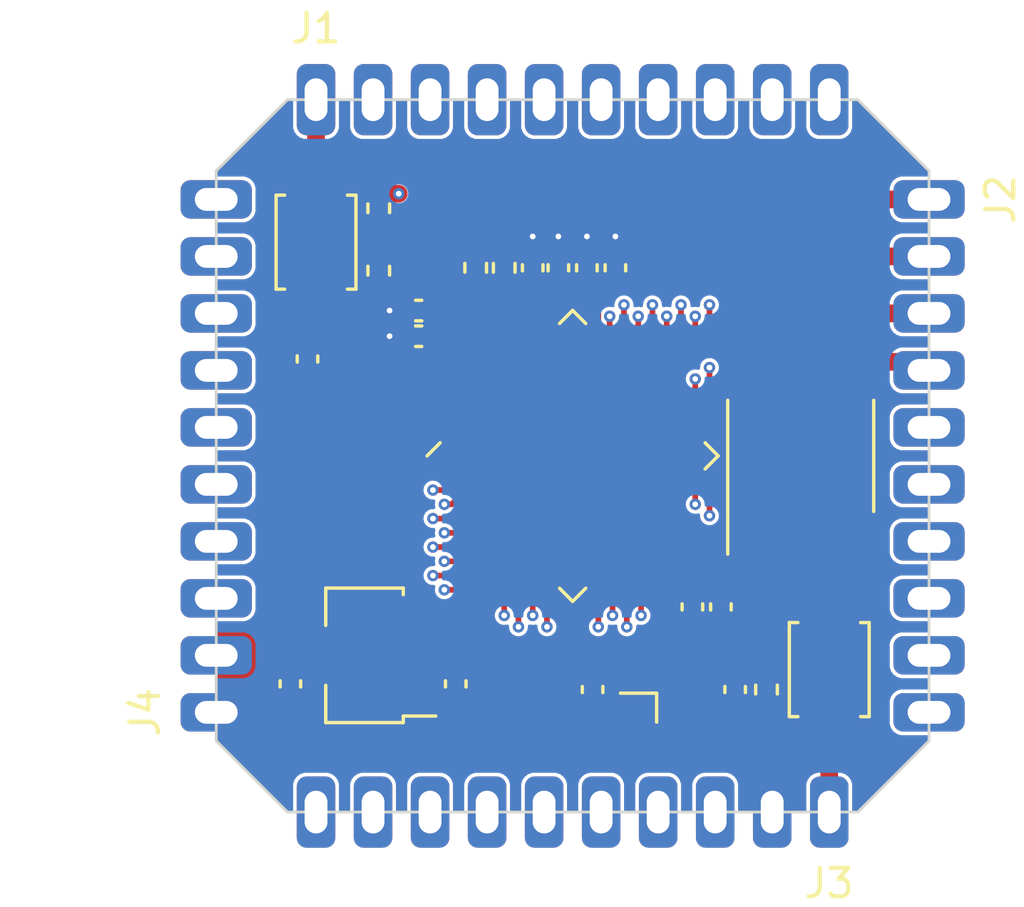
<source format=kicad_pcb>
(kicad_pcb (version 20221018) (generator pcbnew)
  (layers (0 "F.Cu" signal) (1 "In1.Cu" signal) (2 "In2.Cu" signal) (31 "B.Cu" signal) (34 "B.Paste" user) (35 "F.Paste" user) (36 "B.SilkS" user "B.Silkscreen") (37 "F.SilkS" user "F.Silkscreen") (38 "B.Mask" user) (39 "F.Mask" user) (44 "Edge.Cuts" user))
  (net 0 "")
  (net 1 "/SWCLK")
  (net 2 "/SWD")
  (net 3 "GND")
  (net 4 "/~{CS}")
  (net 5 "/IO1")
  (net 6 "/IO2")
  (net 7 "/IO0")
  (net 8 "/CLK")
  (net 9 "/IO3")
  (net 10 "VCC")
  (net 11 "+3V3")
  (net 12 "Net-(R1-Pad1)")
  (net 13 "/RST")
  (net 14 "Net-(U2-XOUT)")
  (net 15 "/ISO_GND")
  (net 16 "/ISO_VO")
  (net 17 "/ISO_VIN")
  (net 18 "/ISO_VCC")
  (net 19 "Net-(U2-XIN)")
  (net 20 "+1V1")
  (net 23 "/GPIO0")
  (net 24 "/GPIO1")
  (net 25 "/GPIO2")
  (net 26 "/GPIO3")
  (net 27 "/GPIO4")
  (net 28 "/GPIO5")
  (net 29 "/GPIO6")
  (net 30 "/GPIO7")
  (net 31 "/GPIO8")
  (net 32 "/GPIO9")
  (net 33 "/GPIO10")
  (net 34 "/GPIO11")
  (net 35 "/GPIO12")
  (net 36 "/GPIO13")
  (net 37 "/GPIO14")
  (net 38 "/GPIO15")
  (net 39 "/GPIO16")
  (net 40 "/GPIO17")
  (net 41 "/GPIO18")
  (net 42 "/GPIO19")
  (net 43 "/GPIO20")
  (net 44 "/GPIO21")
  (net 45 "/GPIO22")
  (net 46 "/GPIO23")
  (net 47 "/GPIO24")
  (net 48 "/GPIO25")
  (net 49 "/GPIO26")
  (net 50 "/GPIO27")
  (net 51 "/GPIO28")
  (net 52 "/GPIO29")
  (net 59 "Net-(U2-USB_DM)")
  (net 60 "Net-(U2-USB_DP)")
  (footprint "Capacitor_SMD:C_0402_1005Metric" (layer "F.Cu") (at 150.7 108.2 -90)
    (fp_text reference "C2" hide)
    (fp_text value "22pF")
    (fp_line (start -0.107836 -0.36) (end 0.107836 -0.36) (stroke (width 0.12)) (layer "F.SilkS"))
    (fp_line (start -0.107836 0.36) (end 0.107836 0.36) (stroke (width 0.12)) (layer "F.SilkS"))
    (pad "1" smd roundrect (at -0.48 0 270) (size 0.56 0.62) (layers "F.Cu" "F.Paste" "F.Mask") (net 3 "GND"))
    (pad "2" smd roundrect (at 0.48 0 270) (size 0.56 0.62) (layers "F.Cu" "F.Paste" "F.Mask") (net 19 "Net-(U2-XIN)"))
  )
  (footprint "Resistor_SMD:R_0402_1005Metric" (layer "F.Cu") (at 143.2 93.5 90)
    (fp_text reference "R2" hide)
    (fp_text value "10K")
    (fp_line (start -0.153641 -0.38) (end 0.153641 -0.38) (stroke (width 0.12)) (layer "F.SilkS"))
    (fp_line (start -0.153641 0.38) (end 0.153641 0.38) (stroke (width 0.12)) (layer "F.SilkS"))
    (pad "1" smd roundrect (at -0.51 0 90) (size 0.54 0.64) (layers "F.Cu" "F.Paste" "F.Mask") (net 11 "+3V3"))
    (pad "2" smd roundrect (at 0.51 0 90) (size 0.54 0.64) (layers "F.Cu" "F.Paste" "F.Mask") (net 12 "Net-(R1-Pad1)"))
  )
  (footprint "Resistor_SMD:R_0402_1005Metric" (layer "F.Cu") (at 143.2 91.31 90)
    (fp_text reference "R1" hide)
    (fp_text value "1K")
    (fp_line (start -0.153641 -0.38) (end 0.153641 -0.38) (stroke (width 0.12)) (layer "F.SilkS"))
    (fp_line (start -0.153641 0.38) (end 0.153641 0.38) (stroke (width 0.12)) (layer "F.SilkS"))
    (pad "1" smd roundrect (at -0.51 0 90) (size 0.54 0.64) (layers "F.Cu" "F.Paste" "F.Mask") (net 12 "Net-(R1-Pad1)"))
    (pad "2" smd roundrect (at 0.51 0 90) (size 0.54 0.64) (layers "F.Cu" "F.Paste" "F.Mask") (net 4 "/~{CS}"))
  )
  (footprint "Resistor_SMD:R_0402_1005Metric" (layer "F.Cu") (at 146.6 93.4 -90)
    (fp_text reference "R5" hide)
    (fp_text value "27R")
    (fp_line (start -0.153641 -0.38) (end 0.153641 -0.38) (stroke (width 0.12)) (layer "F.SilkS"))
    (fp_line (start -0.153641 0.38) (end 0.153641 0.38) (stroke (width 0.12)) (layer "F.SilkS"))
    (pad "1" smd roundrect (at -0.51 0 270) (size 0.54 0.64) (layers "F.Cu" "F.Paste" "F.Mask"))
    (pad "2" smd roundrect (at 0.51 0 270) (size 0.54 0.64) (layers "F.Cu" "F.Paste" "F.Mask") (net 60 "Net-(U2-USB_DP)"))
  )
  (footprint "Connector_PinHeader_2.00mm:PinHeader_1x10_P2.00mm_Vertical" (layer "F.Cu") (at 162.5 91)
    (fp_text reference "J2" (at 2.5 0 90) (layer "F.SilkS"))
    (fp_text value "IO")
    (pad "1" thru_hole roundrect (at 0 0) (size 2.5 1.35) (drill oval 1.5 0.8) (layers "*.Cu" "*.Mask") (net 18 "/ISO_VCC"))
    (pad "2" thru_hole roundrect (at 0 2) (size 2.5 1.35) (drill oval 1.5 0.8) (layers "*.Cu" "*.Mask") (net 17 "/ISO_VIN"))
    (pad "3" thru_hole roundrect (at 0 4) (size 2.5 1.35) (drill oval 1.5 0.8) (layers "*.Cu" "*.Mask") (net 16 "/ISO_VO"))
    (pad "4" thru_hole roundrect (at 0 6) (size 2.5 1.35) (drill oval 1.5 0.8) (layers "*.Cu" "*.Mask") (net 15 "/ISO_GND"))
    (pad "5" thru_hole roundrect (at 0 8) (size 2.5 1.35) (drill oval 1.5 0.8) (layers "*.Cu" "*.Mask"))
    (pad "6" thru_hole roundrect (at 0 10) (size 2.5 1.35) (drill oval 1.5 0.8) (layers "*.Cu" "*.Mask"))
    (pad "7" thru_hole roundrect (at 0 12) (size 2.5 1.35) (drill oval 1.5 0.8) (layers "*.Cu" "*.Mask"))
    (pad "8" thru_hole roundrect (at 0 14) (size 2.5 1.35) (drill oval 1.5 0.8) (layers "*.Cu" "*.Mask"))
    (pad "9" thru_hole roundrect (at 0 16) (size 2.5 1.35) (drill oval 1.5 0.8) (layers "*.Cu" "*.Mask"))
    (pad "10" thru_hole roundrect (at 0 18) (size 2.5 1.35) (drill oval 1.5 0.8) (layers "*.Cu" "*.Mask"))
  )
  (footprint "Capacitor_SMD:C_0402_1005Metric" (layer "F.Cu") (at 144.6 94.9)
    (fp_text reference "C11" hide)
    (fp_text value "10uF")
    (fp_line (start -0.107836 -0.36) (end 0.107836 -0.36) (stroke (width 0.12)) (layer "F.SilkS"))
    (fp_line (start -0.107836 0.36) (end 0.107836 0.36) (stroke (width 0.12)) (layer "F.SilkS"))
    (pad "1" smd roundrect (at -0.48 0) (size 0.56 0.62) (layers "F.Cu" "F.Paste" "F.Mask") (net 3 "GND"))
    (pad "2" smd roundrect (at 0.48 0) (size 0.56 0.62) (layers "F.Cu" "F.Paste" "F.Mask") (net 11 "+3V3"))
  )
  (footprint "Capacitor_SMD:C_0402_1005Metric" (layer "F.Cu") (at 144.6 95.8)
    (fp_text reference "C8" hide)
    (fp_text value "10uF")
    (fp_line (start -0.107836 -0.36) (end 0.107836 -0.36) (stroke (width 0.12)) (layer "F.SilkS"))
    (fp_line (start -0.107836 0.36) (end 0.107836 0.36) (stroke (width 0.12)) (layer "F.SilkS"))
    (pad "1" smd roundrect (at -0.48 0) (size 0.56 0.62) (layers "F.Cu" "F.Paste" "F.Mask") (net 3 "GND"))
    (pad "2" smd roundrect (at 0.48 0) (size 0.56 0.62) (layers "F.Cu" "F.Paste" "F.Mask") (net 20 "+1V1"))
  )
  (footprint "Connector_PinHeader_2.00mm:PinHeader_1x10_P2.00mm_Vertical" (layer "F.Cu") (at 159 112.5 -90)
    (fp_text reference "J3" (at 2.5 0 180) (layer "F.SilkS"))
    (fp_text value "IO")
    (pad "1" thru_hole roundrect (at 0 0 270) (size 2.5 1.35) (drill oval 1.5 0.8) (layers "*.Cu" "*.Mask") (net 13 "/RST"))
    (pad "2" thru_hole roundrect (at 0 2 270) (size 2.5 1.35) (drill oval 1.5 0.8) (layers "*.Cu" "*.Mask") (net 3 "GND"))
    (pad "3" thru_hole roundrect (at 0 4 270) (size 2.5 1.35) (drill oval 1.5 0.8) (layers "*.Cu" "*.Mask") (net 38 "/GPIO15"))
    (pad "4" thru_hole roundrect (at 0 6 270) (size 2.5 1.35) (drill oval 1.5 0.8) (layers "*.Cu" "*.Mask") (net 37 "/GPIO14"))
    (pad "5" thru_hole roundrect (at 0 8 270) (size 2.5 1.35) (drill oval 1.5 0.8) (layers "*.Cu" "*.Mask") (net 36 "/GPIO13"))
    (pad "6" thru_hole roundrect (at 0 10 270) (size 2.5 1.35) (drill oval 1.5 0.8) (layers "*.Cu" "*.Mask") (net 35 "/GPIO12"))
    (pad "7" thru_hole roundrect (at 0 12 270) (size 2.5 1.35) (drill oval 1.5 0.8) (layers "*.Cu" "*.Mask") (net 34 "/GPIO11"))
    (pad "8" thru_hole roundrect (at 0 14 270) (size 2.5 1.35) (drill oval 1.5 0.8) (layers "*.Cu" "*.Mask") (net 33 "/GPIO10"))
    (pad "9" thru_hole roundrect (at 0 16 270) (size 2.5 1.35) (drill oval 1.5 0.8) (layers "*.Cu" "*.Mask") (net 32 "/GPIO9"))
    (pad "10" thru_hole roundrect (at 0 18 270) (size 2.5 1.35) (drill oval 1.5 0.8) (layers "*.Cu" "*.Mask") (net 31 "/GPIO8"))
  )
  (footprint "Capacitor_SMD:C_0402_1005Metric" (layer "F.Cu") (at 149.5 93.4 -90)
    (fp_text reference "C13" hide)
    (fp_text value "10uF")
    (fp_line (start -0.107836 -0.36) (end 0.107836 -0.36) (stroke (width 0.12)) (layer "F.SilkS"))
    (fp_line (start -0.107836 0.36) (end 0.107836 0.36) (stroke (width 0.12)) (layer "F.SilkS"))
    (pad "1" smd roundrect (at -0.48 0 270) (size 0.56 0.62) (layers "F.Cu" "F.Paste" "F.Mask") (net 3 "GND"))
    (pad "2" smd roundrect (at 0.48 0 270) (size 0.56 0.62) (layers "F.Cu" "F.Paste" "F.Mask") (net 11 "+3V3"))
  )
  (footprint "Connector_PinHeader_2.00mm:PinHeader_1x10_P2.00mm_Vertical" (layer "F.Cu") (at 137.5 109 180)
    (fp_text reference "J4" (at 2.5 0 90) (layer "F.SilkS"))
    (fp_text value "IO")
    (pad "1" thru_hole roundrect (at 0 0 180) (size 2.5 1.35) (drill oval 1.5 0.8) (layers "*.Cu" "*.Mask") (net 3 "GND"))
    (pad "2" thru_hole roundrect (at 0 2 180) (size 2.5 1.35) (drill oval 1.5 0.8) (layers "*.Cu" "*.Mask") (net 10 "VCC"))
    (pad "3" thru_hole roundrect (at 0 4 180) (size 2.5 1.35) (drill oval 1.5 0.8) (layers "*.Cu" "*.Mask") (net 30 "/GPIO7"))
    (pad "4" thru_hole roundrect (at 0 6 180) (size 2.5 1.35) (drill oval 1.5 0.8) (layers "*.Cu" "*.Mask") (net 29 "/GPIO6"))
    (pad "5" thru_hole roundrect (at 0 8 180) (size 2.5 1.35) (drill oval 1.5 0.8) (layers "*.Cu" "*.Mask") (net 28 "/GPIO5"))
    (pad "6" thru_hole roundrect (at 0 10 180) (size 2.5 1.35) (drill oval 1.5 0.8) (layers "*.Cu" "*.Mask") (net 27 "/GPIO4"))
    (pad "7" thru_hole roundrect (at 0 12 180) (size 2.5 1.35) (drill oval 1.5 0.8) (layers "*.Cu" "*.Mask") (net 26 "/GPIO3"))
    (pad "8" thru_hole roundrect (at 0 14 180) (size 2.5 1.35) (drill oval 1.5 0.8) (layers "*.Cu" "*.Mask") (net 25 "/GPIO2"))
    (pad "9" thru_hole roundrect (at 0 16 180) (size 2.5 1.35) (drill oval 1.5 0.8) (layers "*.Cu" "*.Mask") (net 24 "/GPIO1"))
    (pad "10" thru_hole roundrect (at 0 18 180) (size 2.5 1.35) (drill oval 1.5 0.8) (layers "*.Cu" "*.Mask") (net 23 "/GPIO0"))
  )
  (footprint "Capacitor_SMD:C_0402_1005Metric" (layer "F.Cu") (at 148.6 93.4 -90)
    (fp_text reference "C7" hide)
    (fp_text value "10uF")
    (fp_line (start -0.107836 -0.36) (end 0.107836 -0.36) (stroke (width 0.12)) (layer "F.SilkS"))
    (fp_line (start -0.107836 0.36) (end 0.107836 0.36) (stroke (width 0.12)) (layer "F.SilkS"))
    (pad "1" smd roundrect (at -0.48 0 270) (size 0.56 0.62) (layers "F.Cu" "F.Paste" "F.Mask") (net 3 "GND"))
    (pad "2" smd roundrect (at 0.48 0 270) (size 0.56 0.62) (layers "F.Cu" "F.Paste" "F.Mask") (net 20 "+1V1"))
  )
  (footprint "Package_SO:SOIC-8_3.9x4.9mm_P1.27mm" (layer "F.Cu") (at 158 100 90)
    (fp_text reference "U1" hide)
    (fp_text value "ADuM1201AR")
    (fp_line (start 0 -2.56) (end -3.45 -2.56) (stroke (width 0.12)) (layer "F.SilkS"))
    (fp_line (start 0 -2.56) (end 1.95 -2.56) (stroke (width 0.12)) (layer "F.SilkS"))
    (fp_line (start 0 2.56) (end -1.95 2.56) (stroke (width 0.12)) (layer "F.SilkS"))
    (fp_line (start 0 2.56) (end 1.95 2.56) (stroke (width 0.12)) (layer "F.SilkS"))
    (pad "1" smd roundrect (at -2.475 -1.905 90) (size 1.95 0.6) (layers "F.Cu" "F.Paste" "F.Mask") (net 11 "+3V3"))
    (pad "2" smd roundrect (at -2.475 -0.635 90) (size 1.95 0.6) (layers "F.Cu" "F.Paste" "F.Mask") (net 42 "/GPIO19"))
    (pad "3" smd roundrect (at -2.475 0.635 90) (size 1.95 0.6) (layers "F.Cu" "F.Paste" "F.Mask") (net 41 "/GPIO18"))
    (pad "4" smd roundrect (at -2.475 1.905 90) (size 1.95 0.6) (layers "F.Cu" "F.Paste" "F.Mask") (net 3 "GND"))
    (pad "5" smd roundrect (at 2.475 1.905 90) (size 1.95 0.6) (layers "F.Cu" "F.Paste" "F.Mask") (net 15 "/ISO_GND"))
    (pad "6" smd roundrect (at 2.475 0.635 90) (size 1.95 0.6) (layers "F.Cu" "F.Paste" "F.Mask") (net 16 "/ISO_VO"))
    (pad "7" smd roundrect (at 2.475 -0.635 90) (size 1.95 0.6) (layers "F.Cu" "F.Paste" "F.Mask") (net 17 "/ISO_VIN"))
    (pad "8" smd roundrect (at 2.475 -1.905 90) (size 1.95 0.6) (layers "F.Cu" "F.Paste" "F.Mask") (net 18 "/ISO_VCC"))
  )
  (footprint "Capacitor_SMD:C_0402_1005Metric" (layer "F.Cu") (at 140.1 108 90)
    (fp_text reference "C3" hide)
    (fp_text value "10uF")
    (fp_line (start -0.107836 -0.36) (end 0.107836 -0.36) (stroke (width 0.12)) (layer "F.SilkS"))
    (fp_line (start -0.107836 0.36) (end 0.107836 0.36) (stroke (width 0.12)) (layer "F.SilkS"))
    (pad "1" smd roundrect (at -0.48 0 90) (size 0.56 0.62) (layers "F.Cu" "F.Paste" "F.Mask") (net 3 "GND"))
    (pad "2" smd roundrect (at 0.48 0 90) (size 0.56 0.62) (layers "F.Cu" "F.Paste" "F.Mask") (net 10 "VCC"))
  )
  (footprint "Button_Switch_SMD:SW_SPST_B3U-1000P" (layer "F.Cu") (at 159 107.5 -90)
    (fp_text reference "SW1" hide)
    (fp_text value "RST")
    (fp_line (start -1.65 -1.4) (end 1.65 -1.4) (stroke (width 0.12)) (layer "F.SilkS"))
    (fp_line (start -1.65 -1.1) (end -1.65 -1.4) (stroke (width 0.12)) (layer "F.SilkS"))
    (fp_line (start -1.65 1.1) (end -1.65 1.4) (stroke (width 0.12)) (layer "F.SilkS"))
    (fp_line (start -1.65 1.4) (end 1.65 1.4) (stroke (width 0.12)) (layer "F.SilkS"))
    (fp_line (start 1.65 -1.4) (end 1.65 -1.1) (stroke (width 0.12)) (layer "F.SilkS"))
    (fp_line (start 1.65 1.4) (end 1.65 1.1) (stroke (width 0.12)) (layer "F.SilkS"))
    (pad "1" smd rect (at -1.7 0 270) (size 0.9 1.7) (layers "F.Cu" "F.Paste" "F.Mask") (net 3 "GND"))
    (pad "2" smd rect (at 1.7 0 270) (size 0.9 1.7) (layers "F.Cu" "F.Paste" "F.Mask") (net 13 "/RST"))
  )
  (footprint "Oscillator:Oscillator_SMD_Abracon_ASE-4Pin_3.2x2.5mm" (layer "F.Cu") (at 153.2 108.2)
    (fp_text reference "Y1" hide)
    (fp_text value "12MHz")
    (fp_line (start -0.254 0.127) (end -1.524 0.127) (stroke (width 0.12)) (layer "F.SilkS"))
    (fp_line (start -0.254 0.127) (end -0.254 1.143) (stroke (width 0.12)) (layer "F.SilkS"))
    (pad "1" smd roundrect (at -1.05 0.825) (size 1.3 1.1) (layers "F.Cu" "F.Paste" "F.Mask") (net 19 "Net-(U2-XIN)"))
    (pad "2" smd roundrect (at 1.05 0.825) (size 1.3 1.1) (layers "F.Cu" "F.Paste" "F.Mask") (net 3 "GND"))
    (pad "3" smd roundrect (at 1.05 -0.825) (size 1.3 1.1) (layers "F.Cu" "F.Paste" "F.Mask") (net 14 "Net-(U2-XOUT)"))
    (pad "4" smd roundrect (at -1.05 -0.825) (size 1.3 1.1) (layers "F.Cu" "F.Paste" "F.Mask") (net 3 "GND"))
  )
  (footprint "Capacitor_SMD:C_0402_1005Metric" (layer "F.Cu") (at 140.7 96.6 -90)
    (fp_text reference "C12" hide)
    (fp_text value "10uF")
    (fp_line (start -0.107836 -0.36) (end 0.107836 -0.36) (stroke (width 0.12)) (layer "F.SilkS"))
    (fp_line (start -0.107836 0.36) (end 0.107836 0.36) (stroke (width 0.12)) (layer "F.SilkS"))
    (pad "1" smd roundrect (at -0.48 0 270) (size 0.56 0.62) (layers "F.Cu" "F.Paste" "F.Mask") (net 3 "GND"))
    (pad "2" smd roundrect (at 0.48 0 270) (size 0.56 0.62) (layers "F.Cu" "F.Paste" "F.Mask") (net 11 "+3V3"))
  )
  (footprint "Capacitor_SMD:C_0402_1005Metric" (layer "F.Cu") (at 151.5 93.4 -90)
    (fp_text reference "C9" hide)
    (fp_text value "10uF")
    (fp_line (start -0.107836 -0.36) (end 0.107836 -0.36) (stroke (width 0.12)) (layer "F.SilkS"))
    (fp_line (start -0.107836 0.36) (end 0.107836 0.36) (stroke (width 0.12)) (layer "F.SilkS"))
    (pad "1" smd roundrect (at -0.48 0 270) (size 0.56 0.62) (layers "F.Cu" "F.Paste" "F.Mask") (net 3 "GND"))
    (pad "2" smd roundrect (at 0.48 0 270) (size 0.56 0.62) (layers "F.Cu" "F.Paste" "F.Mask") (net 11 "+3V3"))
  )
  (footprint "Capacitor_SMD:C_0402_1005Metric" (layer "F.Cu") (at 154.2 105.3 90)
    (fp_text reference "C10" hide)
    (fp_text value "10uF")
    (fp_line (start -0.107836 -0.36) (end 0.107836 -0.36) (stroke (width 0.12)) (layer "F.SilkS"))
    (fp_line (start -0.107836 0.36) (end 0.107836 0.36) (stroke (width 0.12)) (layer "F.SilkS"))
    (pad "1" smd roundrect (at -0.48 0 90) (size 0.56 0.62) (layers "F.Cu" "F.Paste" "F.Mask") (net 3 "GND"))
    (pad "2" smd roundrect (at 0.48 0 90) (size 0.56 0.62) (layers "F.Cu" "F.Paste" "F.Mask") (net 11 "+3V3"))
  )
  (footprint "Connector_PinHeader_2.00mm:PinHeader_1x10_P2.00mm_Vertical" (layer "F.Cu") (at 141 87.5 90)
    (fp_text reference "J1" (at 2.5 0 180) (layer "F.SilkS"))
    (fp_text value "IO")
    (pad "1" thru_hole roundrect (at 0 0 90) (size 2.5 1.35) (drill oval 1.5 0.8) (layers "*.Cu" "*.Mask") (net 4 "/~{CS}"))
    (pad "2" thru_hole roundrect (at 0 2 90) (size 2.5 1.35) (drill oval 1.5 0.8) (layers "*.Cu" "*.Mask") (net 52 "/GPIO29"))
    (pad "3" thru_hole roundrect (at 0 4 90) (size 2.5 1.35) (drill oval 1.5 0.8) (layers "*.Cu" "*.Mask") (net 51 "/GPIO28"))
    (pad "4" thru_hole roundrect (at 0 6 90) (size 2.5 1.35) (drill oval 1.5 0.8) (layers "*.Cu" "*.Mask") (net 50 "/GPIO27"))
    (pad "5" thru_hole roundrect (at 0 8 90) (size 2.5 1.35) (drill oval 1.5 0.8) (layers "*.Cu" "*.Mask") (net 49 "/GPIO26"))
    (pad "6" thru_hole roundrect (at 0 10 90) (size 2.5 1.35) (drill oval 1.5 0.8) (layers "*.Cu" "*.Mask") (net 48 "/GPIO25"))
    (pad "7" thru_hole roundrect (at 0 12 90) (size 2.5 1.35) (drill oval 1.5 0.8) (layers "*.Cu" "*.Mask") (net 47 "/GPIO24"))
    (pad "8" thru_hole roundrect (at 0 14 90) (size 2.5 1.35) (drill oval 1.5 0.8) (layers "*.Cu" "*.Mask") (net 46 "/GPIO23"))
    (pad "9" thru_hole roundrect (at 0 16 90) (size 2.5 1.35) (drill oval 1.5 0.8) (layers "*.Cu" "*.Mask") (net 45 "/GPIO22"))
    (pad "10" thru_hole roundrect (at 0 18 90) (size 2.5 1.35) (drill oval 1.5 0.8) (layers "*.Cu" "*.Mask"))
  )
  (footprint "Capacitor_SMD:C_0402_1005Metric" (layer "F.Cu") (at 155.2 105.3 90)
    (fp_text reference "C6" hide)
    (fp_text value "10uF")
    (fp_line (start -0.107836 -0.36) (end 0.107836 -0.36) (stroke (width 0.12)) (layer "F.SilkS"))
    (fp_line (start -0.107836 0.36) (end 0.107836 0.36) (stroke (width 0.12)) (layer "F.SilkS"))
    (pad "1" smd roundrect (at -0.48 0 90) (size 0.56 0.62) (layers "F.Cu" "F.Paste" "F.Mask") (net 3 "GND"))
    (pad "2" smd roundrect (at 0.48 0 90) (size 0.56 0.62) (layers "F.Cu" "F.Paste" "F.Mask") (net 20 "+1V1"))
  )
  (footprint "Package_DFN_QFN:QFN-56-1EP_7x7mm_P0.4mm_EP3.2x3.2mm" (layer "F.Cu") (at 150 100 45)
    (fp_text reference "U2" hide)
    (fp_text value "RP2040")
    (fp_line (start -3.61 3.61) (end -3.61 2.96) (stroke (width 0.12)) (layer "F.SilkS"))
    (fp_line (start -2.96 -3.61) (end -3.61 -3.61) (stroke (width 0.12)) (layer "F.SilkS"))
    (fp_line (start -2.96 3.61) (end -3.61 3.61) (stroke (width 0.12)) (layer "F.SilkS"))
    (fp_line (start 2.96 -3.61) (end 3.61 -3.61) (stroke (width 0.12)) (layer "F.SilkS"))
    (fp_line (start 2.96 3.61) (end 3.61 3.61) (stroke (width 0.12)) (layer "F.SilkS"))
    (fp_line (start 3.61 -3.61) (end 3.61 -2.96) (stroke (width 0.12)) (layer "F.SilkS"))
    (fp_line (start 3.61 3.61) (end 3.61 2.96) (stroke (width 0.12)) (layer "F.SilkS"))
    (pad "1" smd roundrect (at -3.4375 -2.6 45) (size 0.875 0.2) (layers "F.Cu" "F.Paste" "F.Mask") (net 11 "+3V3"))
    (pad "2" smd roundrect (at -3.4375 -2.2 45) (size 0.875 0.2) (layers "F.Cu" "F.Paste" "F.Mask") (net 23 "/GPIO0"))
    (pad "3" smd roundrect (at -3.4375 -1.8 45) (size 0.875 0.2) (layers "F.Cu" "F.Paste" "F.Mask") (net 24 "/GPIO1"))
    (pad "4" smd roundrect (at -3.4375 -1.4 45) (size 0.875 0.2) (layers "F.Cu" "F.Paste" "F.Mask") (net 25 "/GPIO2"))
    (pad "5" smd roundrect (at -3.4375 -1 45) (size 0.875 0.2) (layers "F.Cu" "F.Paste" "F.Mask") (net 26 "/GPIO3"))
    (pad "6" smd roundrect (at -3.4375 -0.6 45) (size 0.875 0.2) (layers "F.Cu" "F.Paste" "F.Mask") (net 27 "/GPIO4"))
    (pad "7" smd roundrect (at -3.4375 -0.2 45) (size 0.875 0.2) (layers "F.Cu" "F.Paste" "F.Mask") (net 28 "/GPIO5"))
    (pad "8" smd roundrect (at -3.4375 0.2 45) (size 0.875 0.2) (layers "F.Cu" "F.Paste" "F.Mask") (net 29 "/GPIO6"))
    (pad "9" smd roundrect (at -3.4375 0.6 45) (size 0.875 0.2) (layers "F.Cu" "F.Paste" "F.Mask") (net 30 "/GPIO7"))
    (pad "10" smd roundrect (at -3.4375 1 45) (size 0.875 0.2) (layers "F.Cu" "F.Paste" "F.Mask") (net 11 "+3V3"))
    (pad "11" smd roundrect (at -3.4375 1.4 45) (size 0.875 0.2) (layers "F.Cu" "F.Paste" "F.Mask") (net 31 "/GPIO8"))
    (pad "12" smd roundrect (at -3.4375 1.8 45) (size 0.875 0.2) (layers "F.Cu" "F.Paste" "F.Mask") (net 32 "/GPIO9"))
    (pad "13" smd roundrect (at -3.4375 2.2 45) (size 0.875 0.2) (layers "F.Cu" "F.Paste" "F.Mask") (net 33 "/GPIO10"))
    (pad "14" smd roundrect (at -3.4375 2.6 45) (size 0.875 0.2) (layers "F.Cu" "F.Paste" "F.Mask") (net 34 "/GPIO11"))
    (pad "15" smd roundrect (at -2.6 3.4375 45) (size 0.2 0.875) (layers "F.Cu" "F.Paste" "F.Mask") (net 35 "/GPIO12"))
    (pad "16" smd roundrect (at -2.2 3.4375 45) (size 0.2 0.875) (layers "F.Cu" "F.Paste" "F.Mask") (net 36 "/GPIO13"))
    (pad "17" smd roundrect (at -1.8 3.4375 45) (size 0.2 0.875) (layers "F.Cu" "F.Paste" "F.Mask") (net 37 "/GPIO14"))
    (pad "18" smd roundrect (at -1.4 3.4375 45) (size 0.2 0.875) (layers "F.Cu" "F.Paste" "F.Mask") (net 38 "/GPIO15"))
    (pad "19" smd roundrect (at -1 3.4375 45) (size 0.2 0.875) (layers "F.Cu" "F.Paste" "F.Mask") (net 3 "GND"))
    (pad "20" smd roundrect (at -0.6 3.4375 45) (size 0.2 0.875) (layers "F.Cu" "F.Paste" "F.Mask") (net 19 "Net-(U2-XIN)"))
    (pad "21" smd roundrect (at -0.2 3.4375 45) (size 0.2 0.875) (layers "F.Cu" "F.Paste" "F.Mask") (net 14 "Net-(U2-XOUT)"))
    (pad "22" smd roundrect (at 0.2 3.4375 45) (size 0.2 0.875) (layers "F.Cu" "F.Paste" "F.Mask") (net 11 "+3V3"))
    (pad "23" smd roundrect (at 0.6 3.4375 45) (size 0.2 0.875) (layers "F.Cu" "F.Paste" "F.Mask") (net 20 "+1V1"))
    (pad "24" smd roundrect (at 1 3.4375 45) (size 0.2 0.875) (layers "F.Cu" "F.Paste" "F.Mask") (net 1 "/SWCLK"))
    (pad "25" smd roundrect (at 1.4 3.4375 45) (size 0.2 0.875) (layers "F.Cu" "F.Paste" "F.Mask") (net 2 "/SWD"))
    (pad "26" smd roundrect (at 1.8 3.4375 45) (size 0.2 0.875) (layers "F.Cu" "F.Paste" "F.Mask") (net 13 "/RST"))
    (pad "27" smd roundrect (at 2.2 3.4375 45) (size 0.2 0.875) (layers "F.Cu" "F.Paste" "F.Mask") (net 39 "/GPIO16"))
    (pad "28" smd roundrect (at 2.6 3.4375 45) (size 0.2 0.875) (layers "F.Cu" "F.Paste" "F.Mask") (net 40 "/GPIO17"))
    (pad "29" smd roundrect (at 3.4375 2.6 45) (size 0.875 0.2) (layers "F.Cu" "F.Paste" "F.Mask") (net 41 "/GPIO18"))
    (pad "30" smd roundrect (at 3.4375 2.2 45) (size 0.875 0.2) (layers "F.Cu" "F.Paste" "F.Mask") (net 42 "/GPIO19"))
    (pad "31" smd roundrect (at 3.4375 1.8 45) (size 0.875 0.2) (layers "F.Cu" "F.Paste" "F.Mask") (net 43 "/GPIO20"))
    (pad "32" smd roundrect (at 3.4375 1.4 45) (size 0.875 0.2) (layers "F.Cu" "F.Paste" "F.Mask") (net 44 "/GPIO21"))
    (pad "33" smd roundrect (at 3.4375 1 45) (size 0.875 0.2) (layers "F.Cu" "F.Paste" "F.Mask") (net 11 "+3V3"))
    (pad "34" smd roundrect (at 3.4375 0.6 45) (size 0.875 0.2) (layers "F.Cu" "F.Paste" "F.Mask") (net 45 "/GPIO22"))
    (pad "35" smd roundrect (at 3.4375 0.2 45) (size 0.875 0.2) (layers "F.Cu" "F.Paste" "F.Mask") (net 46 "/GPIO23"))
    (pad "36" smd roundrect (at 3.4375 -0.2 45) (size 0.875 0.2) (layers "F.Cu" "F.Paste" "F.Mask") (net 47 "/GPIO24"))
    (pad "37" smd roundrect (at 3.4375 -0.6 45) (size 0.875 0.2) (layers "F.Cu" "F.Paste" "F.Mask") (net 48 "/GPIO25"))
    (pad "38" smd roundrect (at 3.4375 -1 45) (size 0.875 0.2) (layers "F.Cu" "F.Paste" "F.Mask") (net 49 "/GPIO26"))
    (pad "39" smd roundrect (at 3.4375 -1.4 45) (size 0.875 0.2) (layers "F.Cu" "F.Paste" "F.Mask") (net 50 "/GPIO27"))
    (pad "40" smd roundrect (at 3.4375 -1.8 45) (size 0.875 0.2) (layers "F.Cu" "F.Paste" "F.Mask") (net 51 "/GPIO28"))
    (pad "41" smd roundrect (at 3.4375 -2.2 45) (size 0.875 0.2) (layers "F.Cu" "F.Paste" "F.Mask") (net 52 "/GPIO29"))
    (pad "42" smd roundrect (at 3.4375 -2.6 45) (size 0.875 0.2) (layers "F.Cu" "F.Paste" "F.Mask") (net 11 "+3V3"))
    (pad "43" smd roundrect (at 2.6 -3.4375 45) (size 0.2 0.875) (layers "F.Cu" "F.Paste" "F.Mask") (net 11 "+3V3"))
    (pad "44" smd roundrect (at 2.2 -3.4375 45) (size 0.2 0.875) (layers "F.Cu" "F.Paste" "F.Mask") (net 11 "+3V3"))
    (pad "45" smd roundrect (at 1.8 -3.4375 45) (size 0.2 0.875) (layers "F.Cu" "F.Paste" "F.Mask") (net 20 "+1V1"))
    (pad "46" smd roundrect (at 1.4 -3.4375 45) (size 0.2 0.875) (layers "F.Cu" "F.Paste" "F.Mask") (net 59 "Net-(U2-USB_DM)"))
    (pad "47" smd roundrect (at 1 -3.4375 45) (size 0.2 0.875) (layers "F.Cu" "F.Paste" "F.Mask") (net 60 "Net-(U2-USB_DP)"))
    (pad "48" smd roundrect (at 0.6 -3.4375 45) (size 0.2 0.875) (layers "F.Cu" "F.Paste" "F.Mask") (net 11 "+3V3"))
    (pad "49" smd roundrect (at 0.2 -3.4375 45) (size 0.2 0.875) (layers "F.Cu" "F.Paste" "F.Mask") (net 11 "+3V3"))
    (pad "50" smd roundrect (at -0.2 -3.4375 45) (size 0.2 0.875) (layers "F.Cu" "F.Paste" "F.Mask") (net 20 "+1V1"))
    (pad "51" smd roundrect (at -0.6 -3.4375 45) (size 0.2 0.875) (layers "F.Cu" "F.Paste" "F.Mask") (net 9 "/IO3"))
    (pad "52" smd roundrect (at -1 -3.4375 45) (size 0.2 0.875) (layers "F.Cu" "F.Paste" "F.Mask") (net 8 "/CLK"))
    (pad "53" smd roundrect (at -1.4 -3.4375 45) (size 0.2 0.875) (layers "F.Cu" "F.Paste" "F.Mask") (net 7 "/IO0"))
    (pad "54" smd roundrect (at -1.8 -3.4375 45) (size 0.2 0.875) (layers "F.Cu" "F.Paste" "F.Mask") (net 6 "/IO2"))
    (pad "55" smd roundrect (at -2.2 -3.4375 45) (size 0.2 0.875) (layers "F.Cu" "F.Paste" "F.Mask") (net 5 "/IO1"))
    (pad "56" smd roundrect (at -2.6 -3.4375 45) (size 0.2 0.875) (layers "F.Cu" "F.Paste" "F.Mask") (net 4 "/~{CS}"))
    (pad "57" smd rect (at 0 0 45) (size 3.2 3.2) (layers "F.Cu" "F.Mask") (net 3 "GND"))
  )
  (footprint "Button_Switch_SMD:SW_SPST_B3U-1000P" (layer "F.Cu") (at 141 92.5 90)
    (fp_text reference "SW2" hide)
    (fp_text value "BOOTSEL")
    (fp_line (start -1.65 -1.4) (end 1.65 -1.4) (stroke (width 0.12)) (layer "F.SilkS"))
    (fp_line (start -1.65 -1.1) (end -1.65 -1.4) (stroke (width 0.12)) (layer "F.SilkS"))
    (fp_line (start -1.65 1.1) (end -1.65 1.4) (stroke (width 0.12)) (layer "F.SilkS"))
    (fp_line (start -1.65 1.4) (end 1.65 1.4) (stroke (width 0.12)) (layer "F.SilkS"))
    (fp_line (start 1.65 -1.4) (end 1.65 -1.1) (stroke (width 0.12)) (layer "F.SilkS"))
    (fp_line (start 1.65 1.4) (end 1.65 1.1) (stroke (width 0.12)) (layer "F.SilkS"))
    (pad "1" smd rect (at -1.7 0 90) (size 0.9 1.7) (layers "F.Cu" "F.Paste" "F.Mask") (net 3 "GND"))
    (pad "2" smd rect (at 1.7 0 90) (size 0.9 1.7) (layers "F.Cu" "F.Paste" "F.Mask") (net 4 "/~{CS}"))
  )
  (footprint "Capacitor_SMD:C_0402_1005Metric" (layer "F.Cu") (at 150.5 93.4 90)
    (fp_text reference "C5" hide)
    (fp_text value "10uF")
    (fp_line (start -0.107836 -0.36) (end 0.107836 -0.36) (stroke (width 0.12)) (layer "F.SilkS"))
    (fp_line (start -0.107836 0.36) (end 0.107836 0.36) (stroke (width 0.12)) (layer "F.SilkS"))
    (pad "1" smd roundrect (at -0.48 0 90) (size 0.56 0.62) (layers "F.Cu" "F.Paste" "F.Mask") (net 11 "+3V3"))
    (pad "2" smd roundrect (at 0.48 0 90) (size 0.56 0.62) (layers "F.Cu" "F.Paste" "F.Mask") (net 3 "GND"))
  )
  (footprint "25Q64:W25Q64JVXGIQ TR" (layer "F.Cu") (at 141.9 100 90)
    (fp_text reference "U6" hide)
    (fp_text value "W25Q64JVXGIQ_TR" hide)
    (pad "1" smd rect (at -1.9685 -1.20015 90) (size 0.762 0.3048) (layers "F.Cu" "F.Paste" "F.Mask") (net 4 "/~{CS}"))
    (pad "2" smd rect (at -1.9685 -0.40005 90) (size 0.762 0.3048) (layers "F.Cu" "F.Paste" "F.Mask") (net 5 "/IO1"))
    (pad "3" smd rect (at -1.9685 0.40005 90) (size 0.762 0.3048) (layers "F.Cu" "F.Paste" "F.Mask") (net 6 "/IO2"))
    (pad "4" smd rect (at -1.9685 1.20015 90) (size 0.762 0.3048) (layers "F.Cu" "F.Paste" "F.Mask") (net 3 "GND"))
    (pad "5" smd rect (at 1.9685 1.20015 90) (size 0.762 0.3048) (layers "F.Cu" "F.Paste" "F.Mask") (net 7 "/IO0"))
    (pad "6" smd rect (at 1.9685 0.40005 90) (size 0.762 0.3048) (layers "F.Cu" "F.Paste" "F.Mask") (net 8 "/CLK"))
    (pad "7" smd rect (at 1.9685 -0.40005 90) (size 0.762 0.3048) (layers "F.Cu" "F.Paste" "F.Mask") (net 9 "/IO3"))
    (pad "8" smd rect (at 1.9685 -1.20015 90) (size 0.762 0.3048) (layers "F.Cu" "F.Paste" "F.Mask") (net 11 "+3V3"))
    (pad "9" smd rect (at 0 0 90) (size 2.3876 3.0988) (layers "F.Cu" "F.Paste" "F.Mask") (net 3 "GND"))
  )
  (footprint "Capacitor_SMD:C_0402_1005Metric" (layer "F.Cu") (at 145.9 108 -90)
    (fp_text reference "C4" hide)
    (fp_text value "10uF")
    (fp_line (start -0.107836 -0.36) (end 0.107836 -0.36) (stroke (width 0.12)) (layer "F.SilkS"))
    (fp_line (start -0.107836 0.36) (end 0.107836 0.36) (stroke (width 0.12)) (layer "F.SilkS"))
    (pad "1" smd roundrect (at -0.48 0 270) (size 0.56 0.62) (layers "F.Cu" "F.Paste" "F.Mask") (net 11 "+3V3"))
    (pad "2" smd roundrect (at 0.48 0 270) (size 0.56 0.62) (layers "F.Cu" "F.Paste" "F.Mask") (net 3 "GND"))
  )
  (footprint "Resistor_SMD:R_0402_1005Metric" (layer "F.Cu") (at 147.6 93.4 -90)
    (fp_text reference "R4" hide)
    (fp_text value "22R")
    (fp_line (start -0.153641 -0.38) (end 0.153641 -0.38) (stroke (width 0.12)) (layer "F.SilkS"))
    (fp_line (start -0.153641 0.38) (end 0.153641 0.38) (stroke (width 0.12)) (layer "F.SilkS"))
    (pad "1" smd roundrect (at -0.51 0 270) (size 0.54 0.64) (layers "F.Cu" "F.Paste" "F.Mask"))
    (pad "2" smd roundrect (at 0.51 0 270) (size 0.54 0.64) (layers "F.Cu" "F.Paste" "F.Mask") (net 59 "Net-(U2-USB_DM)"))
  )
  (footprint "Capacitor_SMD:C_0402_1005Metric" (layer "F.Cu") (at 155.7 108.2 -90)
    (fp_text reference "C1" hide)
    (fp_text value "22pF")
    (fp_line (start -0.107836 -0.36) (end 0.107836 -0.36) (stroke (width 0.12)) (layer "F.SilkS"))
    (fp_line (start -0.107836 0.36) (end 0.107836 0.36) (stroke (width 0.12)) (layer "F.SilkS"))
    (pad "1" smd roundrect (at -0.48 0 270) (size 0.56 0.62) (layers "F.Cu" "F.Paste" "F.Mask") (net 14 "Net-(U2-XOUT)"))
    (pad "2" smd roundrect (at 0.48 0 270) (size 0.56 0.62) (layers "F.Cu" "F.Paste" "F.Mask") (net 3 "GND"))
  )
  (footprint "Package_TO_SOT_SMD:SOT-89-3" (layer "F.Cu") (at 143 107 180)
    (fp_text reference "U3" hide)
    (fp_text value "HT7533")
    (fp_line (start -2.2 -2.13) (end -1.06 -2.13) (stroke (width 0.12)) (layer "F.SilkS"))
    (fp_line (start -1.06 -2.36) (end -1.06 -2.13) (stroke (width 0.12)) (layer "F.SilkS"))
    (fp_line (start -1.06 -2.36) (end 1.66 -2.36) (stroke (width 0.12)) (layer "F.SilkS"))
    (fp_line (start -1.06 2.36) (end -1.06 2.13) (stroke (width 0.12)) (layer "F.SilkS"))
    (fp_line (start 1.66 -2.36) (end 1.66 -1.05) (stroke (width 0.12)) (layer "F.SilkS"))
    (fp_line (start 1.66 1.05) (end 1.66 2.36) (stroke (width 0.12)) (layer "F.SilkS"))
    (fp_line (start 1.66 2.36) (end -1.06 2.36) (stroke (width 0.12)) (layer "F.SilkS"))
    (pad "1" smd rect (at -1.65 -1.5 180) (size 1.3 0.9) (layers "F.Cu" "F.Paste" "F.Mask") (net 3 "GND"))
    (pad "2" smd custom (at -1.5625 0 180) (size 1.475 0.9) (layers "F.Cu" "F.Paste" "F.Mask") (net 10 "VCC") (options (clearance outline) (anchor rect)) (primitives (gr_poly (pts (xy 3.8625 0.8665) (xy 0.7375 0.8665) (xy 0.7375 -0.8665) (xy 3.8625 -0.8665)) (width 0) (fill yes))))
    (pad "3" smd rect (at -1.65 1.5 180) (size 1.3 0.9) (layers "F.Cu" "F.Paste" "F.Mask") (net 11 "+3V3"))
  )
  (footprint "Resistor_SMD:R_0402_1005Metric" (layer "F.Cu") (at 156.8 108.2 -90)
    (fp_text reference "R3" hide)
    (fp_text value "10K")
    (fp_line (start -0.153641 -0.38) (end 0.153641 -0.38) (stroke (width 0.12)) (layer "F.SilkS"))
    (fp_line (start -0.153641 0.38) (end 0.153641 0.38) (stroke (width 0.12)) (layer "F.SilkS"))
    (pad "1" smd roundrect (at -0.51 0 270) (size 0.54 0.64) (layers "F.Cu" "F.Paste" "F.Mask") (net 11 "+3V3"))
    (pad "2" smd roundrect (at 0.51 0 270) (size 0.54 0.64) (layers "F.Cu" "F.Paste" "F.Mask") (net 13 "/RST"))
  )
  (gr_line (start 140 112.5) (end 137.5 110) (stroke (width 0.1)) (layer "Edge.Cuts"))
  (gr_line (start 137.5 110) (end 137.5 90) (stroke (width 0.1)) (layer "Edge.Cuts"))
  (gr_line (start 160 87.5) (end 162.5 90) (stroke (width 0.1)) (layer "Edge.Cuts"))
  (gr_line (start 162.5 90) (end 162.5 110) (stroke (width 0.1)) (layer "Edge.Cuts"))
  (gr_line (start 137.5 90) (end 140 87.5) (stroke (width 0.1)) (layer "Edge.Cuts"))
  (gr_line (start 160 112.5) (end 140 112.5) (stroke (width 0.1)) (layer "Edge.Cuts"))
  (gr_line (start 140 87.5) (end 160 87.5) (stroke (width 0.1)) (layer "Edge.Cuts"))
  (gr_line (start 162.5 110) (end 160 112.5) (stroke (width 0.1)) (layer "Edge.Cuts"))
  (segment (start 151.5 92.92) (end 151.5 92.3) (width 0.62) (layer "F.Cu") (net 3))
  (segment (start 150.5 92.9) (end 150.5 92.3) (width 0.62) (layer "F.Cu") (net 3))
  (segment (start 149.5 92.9) (end 149.5 92.3) (width 0.62) (layer "F.Cu") (net 3))
  (segment (start 144.1 94.9) (end 143.58 94.9) (width 0.62) (layer "F.Cu") (net 3))
  (segment (start 148.6 92.9) (end 148.6 92.3) (width 0.62) (layer "F.Cu") (net 3))
  (segment (start 144.1 95.8) (end 143.58 95.8) (width 0.62) (layer "F.Cu") (net 3))
  (via (at 151.5 92.3) (size 0.4) (drill 0.2) (layers "F.Cu" "B.Cu") (net 3))
  (via (at 148.6 92.3) (size 0.4) (drill 0.2) (layers "F.Cu" "B.Cu") (net 3))
  (via (at 150.5 92.3) (size 0.4) (drill 0.2) (layers "F.Cu" "B.Cu") (net 3))
  (via (at 143.58 94.9) (size 0.4) (drill 0.2) (layers "F.Cu" "B.Cu") (net 3))
  (via (at 143.58 95.8) (size 0.4) (drill 0.2) (layers "F.Cu" "B.Cu") (net 3))
  (via (at 149.5 92.3) (size 0.4) (drill 0.2) (layers "F.Cu" "B.Cu") (net 3))
  (segment (start 140.69985 102.89985) (end 140.69985 102.39985) (width 0.2) (layer "F.Cu") (net 4))
  (segment (start 145.423045 99.1) (end 145.1 99.1) (width 0.2) (layer "F.Cu") (net 4))
  (segment (start 141 90.8) (end 141 87.81) (width 0.62) (layer "F.Cu") (net 4))
  (segment (start 143.2 90.8) (end 143.9 90.8) (width 0.62) (layer "F.Cu") (net 4))
  (segment (start 143.9 103.8) (end 141.6 103.8) (width 0.2) (layer "F.Cu") (net 4))
  (segment (start 144.6 103.1) (end 143.9 103.8) (width 0.2) (layer "F.Cu") (net 4))
  (segment (start 145.1 99.1) (end 144.6 99.6) (width 0.2) (layer "F.Cu") (net 4))
  (segment (start 141.6 103.8) (end 140.69985 102.89985) (width 0.2) (layer "F.Cu") (net 4))
  (segment (start 140.7 102.8) (end 140.69985 102.79985) (width 0.2) (layer "F.Cu") (net 4))
  (segment (start 144.6 99.6) (end 144.6 103.1) (width 0.2) (layer "F.Cu") (net 4))
  (segment (start 140.69985 101.9685) (end 140.69985 102.39985) (width 0.3048) (layer "F.Cu") (net 4))
  (segment (start 140.69985 102.79985) (end 140.69985 102.39985) (width 0.2) (layer "F.Cu") (net 4))
  (segment (start 145.730843 99.407798) (end 145.423045 99.1) (width 0.2) (layer "F.Cu") (net 4))
  (segment (start 143.2 90.8) (end 141 90.8) (width 0.62) (layer "F.Cu") (net 4))
  (via (at 143.9 90.8) (size 0.4) (drill 0.2) (layers "F.Cu" "B.Cu") (net 4))
  (segment (start 141.49995 101.9685) (end 141.49995 102.39995) (width 0.3048) (layer "F.Cu") (net 5))
  (segment (start 144.2 102.9) (end 143.7 103.4) (width 0.2) (layer "F.Cu") (net 5))
  (segment (start 144.9 98.7) (end 144.2 99.4) (width 0.2) (layer "F.Cu") (net 5))
  (segment (start 145.588731 98.7) (end 144.9 98.7) (width 0.2) (layer "F.Cu") (net 5))
  (segment (start 142.1 103.4) (end 143.7 103.4) (width 0.2) (layer "F.Cu") (net 5))
  (segment (start 141.5 102.4) (end 141.49995 102.39995) (width 0.2) (layer "F.Cu") (net 5))
  (segment (start 142.1 103.4) (end 141.5 102.8) (width 0.2) (layer "F.Cu") (net 5))
  (segment (start 141.5 102.8) (end 141.5 102.4) (width 0.2) (layer "F.Cu") (net 5))
  (segment (start 146.013686 99.124955) (end 145.588731 98.7) (width 0.2) (layer "F.Cu") (net 5))
  (segment (start 144.2 99.4) (end 144.2 102.9) (width 0.2) (layer "F.Cu") (net 5))
  (segment (start 143.8 99.2) (end 143.8 102.7) (width 0.2) (layer "F.Cu") (net 6))
  (segment (start 145.754415 98.3) (end 144.7 98.3) (width 0.2) (layer "F.Cu") (net 6))
  (segment (start 142.3 102.7) (end 142.3 102.4) (width 0.2) (layer "F.Cu") (net 6))
  (segment (start 143.8 102.7) (end 143.5 103) (width 0.2) (layer "F.Cu") (net 6))
  (segment (start 144.7 98.3) (end 143.8 99.2) (width 0.2) (layer "F.Cu") (net 6))
  (segment (start 142.30005 101.9685) (end 142.30005 102.39995) (width 0.3048) (layer "F.Cu") (net 6))
  (segment (start 146.296528 98.842113) (end 145.754415 98.3) (width 0.2) (layer "F.Cu") (net 6))
  (segment (start 142.30005 102.39995) (end 142.3 102.4) (width 0.3048) (layer "F.Cu") (net 6))
  (segment (start 142.6 103) (end 142.3 102.7) (width 0.2) (layer "F.Cu") (net 6))
  (segment (start 142.6 103) (end 143.5 103) (width 0.2) (layer "F.Cu") (net 6))
  (segment (start 143.10015 97.60015) (end 143.1 97.6) (width 0.3048) (layer "F.Cu") (net 7))
  (segment (start 143.10015 98.0315) (end 143.10015 97.60015) (width 0.3048) (layer "F.Cu") (net 7))
  (segment (start 145.220101 97.2) (end 146.579371 98.55927) (width 0.2) (layer "F.Cu") (net 7))
  (segment (start 143.3 97.2) (end 145.220101 97.2) (width 0.2) (layer "F.Cu") (net 7))
  (segment (start 143.1 97.6) (end 143.1 97.4) (width 0.2) (layer "F.Cu") (net 7))
  (segment (start 143.1 97.4) (end 143.3 97.2) (width 0.2) (layer "F.Cu") (net 7))
  (segment (start 145.385787 96.8) (end 142.9 96.8) (width 0.2) (layer "F.Cu") (net 8))
  (segment (start 145.385787 96.8) (end 146.862214 98.276427) (width 0.2) (layer "F.Cu") (net 8))
  (segment (start 142.30005 98.0315) (end 142.30005 97.60005) (width 0.3048) (layer "F.Cu") (net 8))
  (segment (start 142.30005 97.60005) (end 142.3 97.6) (width 0.3048) (layer "F.Cu") (net 8))
  (segment (start 142.3 97.6) (end 142.3 97.4) (width 0.2) (layer "F.Cu") (net 8))
  (segment (start 142.3 97.4) (end 142.9 96.8) (width 0.2) (layer "F.Cu") (net 8))
  (segment (start 141.5 97.4) (end 142.5 96.4) (width 0.2) (layer "F.Cu") (net 9))
  (segment (start 145.551471 96.4) (end 147.145056 97.993585) (width 0.2) (layer "F.Cu") (net 9))
  (segment (start 142.5 96.4) (end 145.551471 96.4) (width 0.2) (layer "F.Cu") (net 9))
  (segment (start 141.49995 97.60005) (end 141.5 97.6) (width 0.3048) (layer "F.Cu") (net 9))
  (segment (start 141.49995 98.0315) (end 141.49995 97.60005) (width 0.3048) (layer "F.Cu") (net 9))
  (segment (start 141.5 97.6) (end 141.5 97.4) (width 0.2) (layer "F.Cu") (net 9))
  (segment (start 145.7 95.417157) (end 145.7 94.9) (width 0.2) (layer "F.Cu") (net 11))
  (segment (start 148.276427 103.137786) (end 145.914213 105.5) (width 0.2) (layer "F.Cu") (net 11))
  (segment (start 148.7 95.3) (end 148.7 94.68) (width 0.2) (layer "F.Cu") (net 11))
  (segment (start 145.74853 94.9) (end 145.824265 94.975735) (width 0.2) (layer "F.Cu") (net 11))
  (segment (start 149.124955 96.013686) (end 148.7 95.588731) (width 0.2) (layer "F.Cu") (net 11))
  (segment (start 148.7 95.588731) (end 148.7 95.3) (width 0.2) (layer "F.Cu") (net 11))
  (segment (start 150.5 93.88) (end 150.9 94.28) (width 0.2) (layer "F.Cu") (net 11))
  (segment (start 154.22 104.6) (end 154.22 103.937157) (width 0.2) (layer "F.Cu") (net 11))
  (segment (start 147.710742 97.427899) (end 145.7 95.417157) (width 0.2) (layer "F.Cu") (net 11))
  (segment (start 148.7 95.3) (end 148.976955 95.3) (width 0.2) (layer "F.Cu") (net 11))
  (segment (start 140.7 97.08) (end 140.69985 97.08015) (width 0.62) (layer "F.Cu") (net 11))
  (segment (start 140.69985 97.08015) (end 140.69985 97.39985) (width 0.62) (layer "F.Cu") (net 11))
  (segment (start 150.9 95.423045) (end 150.592202 95.730843) (width 0.2) (layer "F.Cu") (net 11))
  (segment (start 145.914213 105.5) (end 144.65 105.5) (width 0.2) (layer "F.Cu") (net 11))
  (segment (start 147.993585 97.145056) (end 145.824265 94.975735) (width 0.2) (layer "F.Cu") (net 11))
  (segment (start 145.824265 94.975735) (end 145.748529 94.9) (width 0.2) (layer "F.Cu") (net 11))
  (segment (start 148.976955 95.3) (end 149.407798 95.730843) (width 0.2) (layer "F.Cu") (net 11))
  (segment (start 154.22 103.937157) (end 152.572101 102.289258) (width 0.2) (layer "F.Cu") (net 11))
  (segment (start 140.69985 98.0315) (end 140.69985 97.39985) (width 0.3048) (layer "F.Cu") (net 11))
  (segment (start 150.9 94.28) (end 150.9 95.423045) (width 0.2) (layer "F.Cu") (net 11))
  (segment (start 145.748529 94.9) (end 145.08 94.9) (width 0.2) (layer "F.Cu") (net 11))
  (segment (start 145.7 94.9) (end 145.74853 94.9) (width 0.2) (layer "F.Cu") (net 11))
  (segment (start 148.7 94.68) (end 149.5 93.88) (width 0.2) (layer "F.Cu") (net 11))
  (segment (start 159 109.2) (end 159 112.19) (width 0.62) (layer "F.Cu") (net 13))
  (segment (start 152.289258 102.572101) (end 153.5 103.782843) (width 0.2) (layer "F.Cu") (net 14))
  (segment (start 153.5 106.625) (end 154.25 107.375) (width 0.2) (layer "F.Cu") (net 14))
  (segment (start 153.5 103.782843) (end 153.5 106.625) (width 0.2) (layer "F.Cu") (net 14))
  (segment (start 159.905 97.525) (end 159.9 97.52) (width 0.62) (layer "F.Cu") (net 15))
  (segment (start 159.9 96.7) (end 161.89 96.7) (width 0.62) (layer "F.Cu") (net 15))
  (segment (start 159.9 97.52) (end 159.9 96.7) (width 0.62) (layer "F.Cu") (net 15))
  (segment (start 161.89 96.7) (end 162.19 97) (width 0.62) (layer "F.Cu") (net 15))
  (segment (start 159.6 95) (end 162.19 95) (width 0.62) (layer "F.Cu") (net 16))
  (segment (start 158.635 97.525) (end 158.635 95.965) (width 0.62) (layer "F.Cu") (net 16))
  (segment (start 158.635 95.965) (end 159.6 95) (width 0.62) (layer "F.Cu") (net 16))
  (segment (start 157.365 95.435) (end 159.8 93) (width 0.62) (layer "F.Cu") (net 17))
  (segment (start 159.8 93) (end 162.19 93) (width 0.62) (layer "F.Cu") (net 17))
  (segment (start 157.365 97.525) (end 157.365 95.435) (width 0.62) (layer "F.Cu") (net 17))
  (segment (start 159.9 91) (end 162.19 91) (width 0.62) (layer "F.Cu") (net 18))
  (segment (start 156.095 97.525) (end 156.095 94.805) (width 0.62) (layer "F.Cu") (net 18))
  (segment (start 156.095 94.805) (end 159.9 91) (width 0.62) (layer "F.Cu") (net 18))
  (segment (start 152.006415 102.854944) (end 153.1 103.948529) (width 0.2) (layer "F.Cu") (net 19))
  (segment (start 153.1 108.075) (end 152.15 109.025) (width 0.2) (layer "F.Cu") (net 19))
  (segment (start 153.1 103.948529) (end 153.1 108.075) (width 0.2) (layer "F.Cu") (net 19))
  (segment (start 148 95.454415) (end 148.842113 96.296528) (width 0.2) (layer "F.Cu") (net 20))
  (segment (start 147.427899 97.710742) (end 145.517157 95.8) (width 0.2) (layer "F.Cu") (net 20))
  (segment (start 148 94.48) (end 148 95.454415) (width 0.2) (layer "F.Cu") (net 20))
  (segment (start 155.2 104.82) (end 155.2 104.351471) (width 0.2) (layer "F.Cu") (net 20))
  (segment (start 145.517157 95.8) (end 145.08 95.8) (width 0.2) (layer "F.Cu") (net 20))
  (segment (start 155.2 104.351471) (end 152.854944 102.006415) (width 0.2) (layer "F.Cu") (net 20))
  (segment (start 148.6 93.88) (end 148 94.48) (width 0.2) (layer "F.Cu") (net 20))
  (segment (start 145.688731 101.2) (end 146.013686 100.875045) (width 0.2) (layer "F.Cu") (net 23))
  (segment (start 145.1 101.2) (end 145.688731 101.2) (width 0.2) (layer "F.Cu") (net 23))
  (via (at 145.1 101.2) (size 0.4) (drill 0.2) (layers "F.Cu" "B.Cu") (net 23))
  (segment (start 145.754415 101.7) (end 146.296528 101.157887) (width 0.2) (layer "F.Cu") (net 24))
  (segment (start 145.5 101.7) (end 145.754415 101.7) (width 0.2) (layer "F.Cu") (net 24))
  (via (at 145.5 101.7) (size 0.4) (drill 0.2) (layers "F.Cu" "B.Cu") (net 24))
  (segment (start 145.820101 102.2) (end 146.579371 101.44073) (width 0.2) (layer "F.Cu") (net 25))
  (segment (start 145.1 102.2) (end 145.820101 102.2) (width 0.2) (layer "F.Cu") (net 25))
  (via (at 145.1 102.2) (size 0.4) (drill 0.2) (layers "F.Cu" "B.Cu") (net 25))
  (segment (start 145.5 102.7) (end 145.885787 102.7) (width 0.2) (layer "F.Cu") (net 26))
  (segment (start 145.885787 102.7) (end 146.862214 101.723573) (width 0.2) (layer "F.Cu") (net 26))
  (via (at 145.5 102.7) (size 0.4) (drill 0.2) (layers "F.Cu" "B.Cu") (net 26))
  (segment (start 145.951471 103.2) (end 147.145056 102.006415) (width 0.2) (layer "F.Cu") (net 27))
  (segment (start 145.1 103.2) (end 145.951471 103.2) (width 0.2) (layer "F.Cu") (net 27))
  (via (at 145.1 103.2) (size 0.4) (drill 0.2) (layers "F.Cu" "B.Cu") (net 27))
  (segment (start 146.017157 103.7) (end 147.427899 102.289258) (width 0.2) (layer "F.Cu") (net 28))
  (segment (start 145.5 103.7) (end 146.017157 103.7) (width 0.2) (layer "F.Cu") (net 28))
  (via (at 145.5 103.7) (size 0.4) (drill 0.2) (layers "F.Cu" "B.Cu") (net 28))
  (segment (start 146.082843 104.2) (end 147.710742 102.572101) (width 0.2) (layer "F.Cu") (net 29))
  (segment (start 145.1 104.2) (end 146.082843 104.2) (width 0.2) (layer "F.Cu") (net 29))
  (via (at 145.1 104.2) (size 0.4) (drill 0.2) (layers "F.Cu" "B.Cu") (net 29))
  (segment (start 146.148529 104.7) (end 147.993585 102.854944) (width 0.2) (layer "F.Cu") (net 30))
  (segment (start 145.5 104.7) (end 146.148529 104.7) (width 0.2) (layer "F.Cu") (net 30))
  (via (at 145.5 104.7) (size 0.4) (drill 0.2) (layers "F.Cu" "B.Cu") (net 30))
  (segment (start 147.6 105.6) (end 147.6 104.379899) (width 0.2) (layer "F.Cu") (net 31))
  (segment (start 147.6 104.379899) (end 148.55927 103.420629) (width 0.2) (layer "F.Cu") (net 31))
  (via (at 147.6 105.6) (size 0.4) (drill 0.2) (layers "F.Cu" "B.Cu") (net 31))
  (segment (start 148.1 104.445585) (end 148.842113 103.703472) (width 0.2) (layer "F.Cu") (net 32))
  (segment (start 148.1 106) (end 148.1 104.445585) (width 0.2) (layer "F.Cu") (net 32))
  (via (at 148.1 106) (size 0.4) (drill 0.2) (layers "F.Cu" "B.Cu") (net 32))
  (segment (start 148.6 105.6) (end 148.6 104.511269) (width 0.2) (layer "F.Cu") (net 33))
  (segment (start 148.6 104.511269) (end 149.124955 103.986314) (width 0.2) (layer "F.Cu") (net 33))
  (via (at 148.6 105.6) (size 0.4) (drill 0.2) (layers "F.Cu" "B.Cu") (net 33))
  (segment (start 149.1 104.576955) (end 149.407798 104.269157) (width 0.2) (layer "F.Cu") (net 34))
  (segment (start 149.1 106) (end 149.1 104.576955) (width 0.2) (layer "F.Cu") (net 34))
  (via (at 149.1 106) (size 0.4) (drill 0.2) (layers "F.Cu" "B.Cu") (net 34))
  (segment (start 150.9 104.576955) (end 150.592202 104.269157) (width 0.2) (layer "F.Cu") (net 35))
  (segment (start 150.9 106) (end 150.9 104.576955) (width 0.2) (layer "F.Cu") (net 35))
  (via (at 150.9 106) (size 0.4) (drill 0.2) (layers "F.Cu" "B.Cu") (net 35))
  (segment (start 151.4 105.6) (end 151.4 104.511269) (width 0.2) (layer "F.Cu") (net 36))
  (segment (start 151.4 104.511269) (end 150.875045 103.986314) (width 0.2) (layer "F.Cu") (net 36))
  (via (at 151.4 105.6) (size 0.4) (drill 0.2) (layers "F.Cu" "B.Cu") (net 36))
  (segment (start 151.9 104.445585) (end 151.157887 103.703472) (width 0.2) (layer "F.Cu") (net 37))
  (segment (start 151.9 106) (end 151.9 104.445585) (width 0.2) (layer "F.Cu") (net 37))
  (via (at 151.9 106) (size 0.4) (drill 0.2) (layers "F.Cu" "B.Cu") (net 37))
  (segment (start 152.4 104.379899) (end 151.44073 103.420629) (width 0.2) (layer "F.Cu") (net 38))
  (segment (start 152.4 105.6) (end 152.4 104.379899) (width 0.2) (layer "F.Cu") (net 38))
  (via (at 152.4 105.6) (size 0.4) (drill 0.2) (layers "F.Cu" "B.Cu") (net 38))
  (segment (start 154.3 101.7) (end 154.3 101.188731) (width 0.2) (layer "F.Cu") (net 39))
  (segment (start 154.3 101.188731) (end 153.986314 100.875045) (width 0.2) (layer "F.Cu") (net 39))
  (via (at 154.3 101.7) (size 0.4) (drill 0.2) (layers "F.Cu" "B.Cu") (net 39))
  (segment (start 154.8 101.123045) (end 154.269157 100.592202) (width 0.2) (layer "F.Cu") (net 40))
  (segment (start 154.8 102.1) (end 154.8 101.123045) (width 0.2) (layer "F.Cu") (net 40))
  (via (at 154.8 102.1) (size 0.4) (drill 0.2) (layers "F.Cu" "B.Cu") (net 40))
  (segment (start 158.635 102.475) (end 158.635 103.465) (width 0.62) (layer "F.Cu") (net 41))
  (segment (start 158.635 104.165) (end 158.635 103.465) (width 0.2) (layer "F.Cu") (net 41))
  (segment (start 157.365 104.135) (end 157.365 103.465) (width 0.2) (layer "F.Cu") (net 42))
  (segment (start 157.365 102.475) (end 157.365 103.465) (width 0.62) (layer "F.Cu") (net 42))
  (segment (start 154.8 97.745585) (end 153.703472 98.842113) (width 0.2) (layer "F.Cu") (net 43))
  (segment (start 154.8 96.9) (end 154.8 97.745585) (width 0.2) (layer "F.Cu") (net 43))
  (via (at 154.8 96.9) (size 0.4) (drill 0.2) (layers "F.Cu" "B.Cu") (net 43))
  (segment (start 154.3 97.3) (end 154.3 97.679899) (width 0.2) (layer "F.Cu") (net 44))
  (segment (start 154.3 97.679899) (end 153.420629 98.55927) (width 0.2) (layer "F.Cu") (net 44))
  (via (at 154.3 97.3) (size 0.4) (drill 0.2) (layers "F.Cu" "B.Cu") (net 44))
  (segment (start 154.8 96.048529) (end 152.854944 97.993585) (width 0.2) (layer "F.Cu") (net 45))
  (segment (start 154.8 94.7) (end 154.8 96.048529) (width 0.2) (layer "F.Cu") (net 45))
  (via (at 154.8 94.7) (size 0.4) (drill 0.2) (layers "F.Cu" "B.Cu") (net 45))
  (segment (start 154.3 95.982843) (end 152.572101 97.710742) (width 0.2) (layer "F.Cu") (net 46))
  (segment (start 154.3 95.1) (end 154.3 95.982843) (width 0.2) (layer "F.Cu") (net 46))
  (via (at 154.3 95.1) (size 0.4) (drill 0.2) (layers "F.Cu" "B.Cu") (net 46))
  (segment (start 153.8 95.917157) (end 152.289258 97.427899) (width 0.2) (layer "F.Cu") (net 47))
  (segment (start 153.8 94.7) (end 153.8 95.917157) (width 0.2) (layer "F.Cu") (net 47))
  (via (at 153.8 94.7) (size 0.4) (drill 0.2) (layers "F.Cu" "B.Cu") (net 47))
  (segment (start 153.3 95.851471) (end 152.006415 97.145056) (width 0.2) (layer "F.Cu") (net 48))
  (segment (start 153.3 95.1) (end 153.3 95.851471) (width 0.2) (layer "F.Cu") (net 48))
  (via (at 153.3 95.1) (size 0.4) (drill 0.2) (layers "F.Cu" "B.Cu") (net 48))
  (segment (start 152.8 94.7) (end 152.8 95.785787) (width 0.2) (layer "F.Cu") (net 49))
  (segment (start 152.8 95.785787) (end 151.723573 96.862214) (width 0.2) (layer "F.Cu") (net 49))
  (via (at 152.8 94.7) (size 0.4) (drill 0.2) (layers "F.Cu" "B.Cu") (net 49))
  (segment (start 151.44073 96.579371) (end 151.5 96.520101) (width 0.2) (layer "F.Cu") (net 50))
  (segment (start 152.3 95.1) (end 152.3 95.720101) (width 0.2) (layer "F.Cu") (net 50))
  (segment (start 152.3 95.720101) (end 151.44073 96.579371) (width 0.2) (layer "F.Cu") (net 50))
  (via (at 152.3 95.1) (size 0.4) (drill 0.2) (layers "F.Cu" "B.Cu") (net 50))
  (segment (start 151.8 94.7) (end 151.8 95.654415) (width 0.2) (layer "F.Cu") (net 51))
  (segment (start 151.8 95.654415) (end 151.157887 96.296528) (width 0.2) (layer "F.Cu") (net 51))
  (via (at 151.8 94.7) (size 0.4) (drill 0.2) (layers "F.Cu" "B.Cu") (net 51))
  (segment (start 151.3 95.588731) (end 150.875045 96.013686) (width 0.2) (layer "F.Cu") (net 52))
  (segment (start 151.3 95.1) (end 151.3 95.588731) (width 0.2) (layer "F.Cu") (net 52))
  (via (at 151.3 95.1) (size 0.4) (drill 0.2) (layers "F.Cu" "B.Cu") (net 52))
  (segment (start 147.6 95.620101) (end 148.55927 96.579371) (width 0.2) (layer "F.Cu") (net 59))
  (segment (start 147.6 93.91) (end 147.6 94.1) (width 0.62) (layer "F.Cu") (net 59))
  (segment (start 147.6 94.1) (end 147.6 95.620101) (width 0.2) (layer "F.Cu") (net 59))
  (segment (start 147.2 95.785787) (end 148.276427 96.862214) (width 0.2) (layer "F.Cu") (net 60))
  (segment (start 147.2 94.51) (end 147.2 95.785787) (width 0.2) (layer "F.Cu") (net 60))
  (segment (start 146.6 93.91) (end 147.2 94.51) (width 0.2) (layer "F.Cu") (net 60))
  (zone (net 3) (net_name "GND") (layer "F.Cu") (connect_pads yes (clearance 0.127)) (min_thickness 0.127) (fill yes (thermal_gap 0.127) (thermal_bridge_width 0.508) (smoothing fillet) (radius 0.254) (island_removal_mode 1) (island_area_min 0))
    (polygon (pts (xy 146.3 109.9) (xy 136.1 109.9) (xy 136.1 108.1) (xy 146.3 108.1)))
  )
  (zone (net 10) (net_name "VCC") (layer "F.Cu") (connect_pads yes (clearance 0.127)) (min_thickness 0.127) (fill yes (thermal_gap 0.127) (thermal_bridge_width 0.508) (smoothing fillet) (radius 0.127) (island_removal_mode 1) (island_area_min 0))
    (polygon (pts (xy 145.4 107.9) (xy 136.1 107.9) (xy 136.1 106.1) (xy 145.4 106.1)))
  )
  (zone (net 11) (net_name "+3V3") (layer "F.Cu") (connect_pads yes (clearance 0.127)) (min_thickness 0.127) (fill yes (thermal_gap 0.127) (thermal_bridge_width 0.508) (smoothing fillet) (radius 0.127) (island_removal_mode 1) (island_area_min 0))
    (polygon (pts (xy 146.3 107.9) (xy 145.6 107.9) (xy 145.6 105.9) (xy 144.7 105.9) (xy 144.7 105.1) (xy 146.3 105.1)))
  )
  (zone (net 3) (net_name "GND") (layers "In1.Cu" "B.Cu") (connect_pads yes (clearance 0.127)) (min_thickness 0.127) (fill yes (thermal_gap 0.127) (thermal_bridge_width 0.508) (smoothing fillet) (radius 0.127) (island_removal_mode 1) (island_area_min 0))
    (polygon (pts (xy 164 114) (xy 136 114) (xy 136 86) (xy 164 86)))
  )
)
</source>
